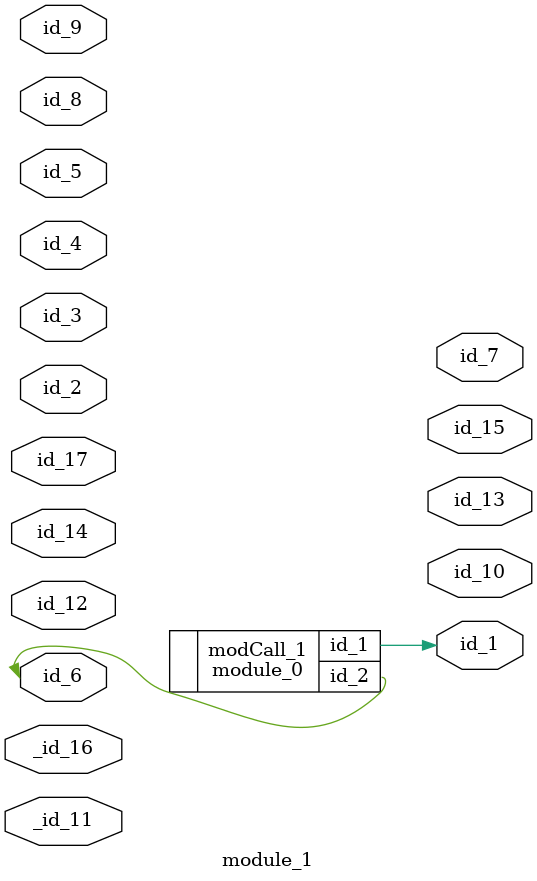
<source format=v>
module module_0 (
    id_1,
    id_2
);
  inout wire id_2;
  output wire id_1;
  wire id_3;
endmodule
module module_1 #(
    parameter id_11 = 32'd35,
    parameter id_16 = 32'd93
) (
    id_1,
    id_2,
    id_3,
    id_4,
    id_5,
    id_6,
    id_7,
    id_8,
    id_9,
    id_10,
    _id_11,
    id_12,
    id_13,
    id_14,
    id_15,
    _id_16,
    id_17
);
  inout wire id_17;
  input wire _id_16;
  output wire id_15;
  input wire id_14;
  output wire id_13;
  inout wire id_12;
  inout wire _id_11;
  module_0 modCall_1 (
      id_1,
      id_6
  );
  output wire id_10;
  inout wire id_9;
  input wire id_8;
  output wire id_7;
  inout wire id_6;
  inout wire id_5;
  input wire id_4;
  input wire id_3;
  input wire id_2;
  output wire id_1;
  wire [id_16 : 1  ==  id_11] id_18;
endmodule

</source>
